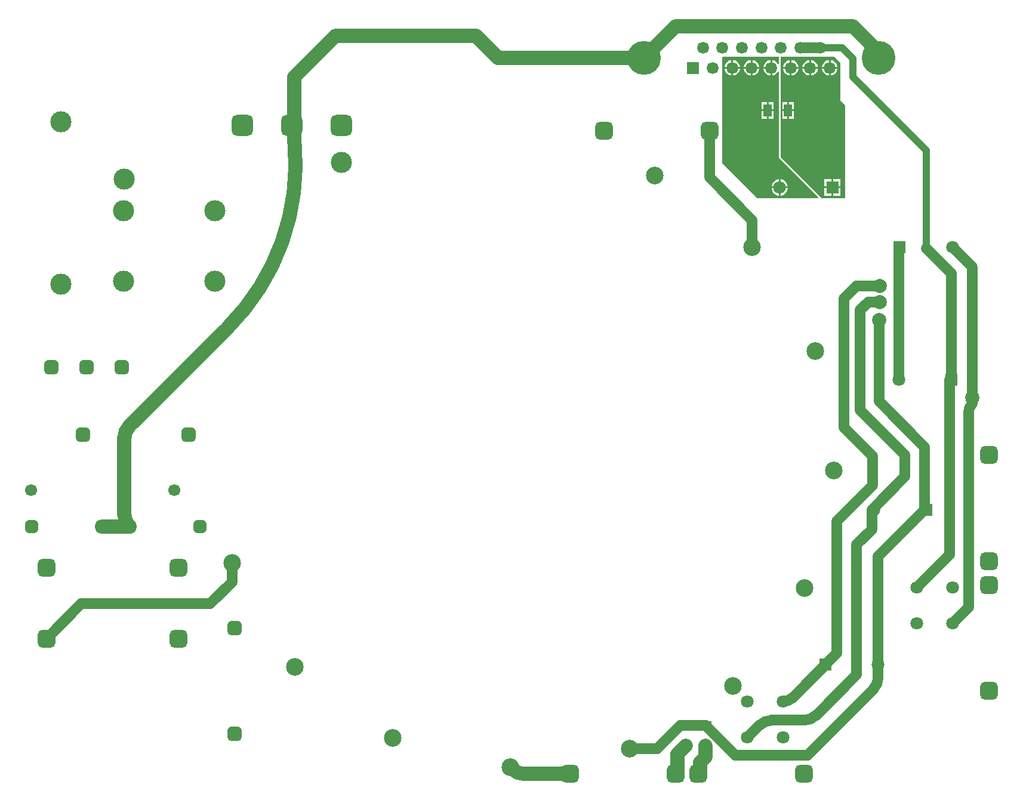
<source format=gtl>
G04*
G04 #@! TF.GenerationSoftware,Altium Limited,Altium Designer,22.4.2 (48)*
G04*
G04 Layer_Physical_Order=1*
G04 Layer_Color=255*
%FSLAX25Y25*%
%MOIN*%
G70*
G04*
G04 #@! TF.SameCoordinates,21B0F98D-05E7-48EE-A56C-F6CDE9C69060*
G04*
G04*
G04 #@! TF.FilePolarity,Positive*
G04*
G01*
G75*
%ADD15R,0.07087X0.04528*%
%ADD16R,0.04528X0.07087*%
%ADD33C,0.07874*%
%ADD34C,0.05906*%
%ADD35C,0.03937*%
%ADD36C,0.11811*%
G04:AMPARAMS|DCode=37|XSize=78.74mil|YSize=78.74mil|CornerRadius=19.68mil|HoleSize=0mil|Usage=FLASHONLY|Rotation=180.000|XOffset=0mil|YOffset=0mil|HoleType=Round|Shape=RoundedRectangle|*
%AMROUNDEDRECTD37*
21,1,0.07874,0.03937,0,0,180.0*
21,1,0.03937,0.07874,0,0,180.0*
1,1,0.03937,-0.01968,0.01968*
1,1,0.03937,0.01968,0.01968*
1,1,0.03937,0.01968,-0.01968*
1,1,0.03937,-0.01968,-0.01968*
%
%ADD37ROUNDEDRECTD37*%
%ADD38C,0.18898*%
%ADD39C,0.06653*%
%ADD40R,0.06653X0.06653*%
G04:AMPARAMS|DCode=41|XSize=118.11mil|YSize=118.11mil|CornerRadius=29.53mil|HoleSize=0mil|Usage=FLASHONLY|Rotation=0.000|XOffset=0mil|YOffset=0mil|HoleType=Round|Shape=RoundedRectangle|*
%AMROUNDEDRECTD41*
21,1,0.11811,0.05906,0,0,0.0*
21,1,0.05906,0.11811,0,0,0.0*
1,1,0.05906,0.02953,-0.02953*
1,1,0.05906,-0.02953,-0.02953*
1,1,0.05906,-0.02953,0.02953*
1,1,0.05906,0.02953,0.02953*
%
%ADD41ROUNDEDRECTD41*%
%ADD42C,0.07087*%
%ADD43R,0.07087X0.07087*%
G04:AMPARAMS|DCode=44|XSize=98.43mil|YSize=98.43mil|CornerRadius=24.61mil|HoleSize=0mil|Usage=FLASHONLY|Rotation=180.000|XOffset=0mil|YOffset=0mil|HoleType=Round|Shape=RoundedRectangle|*
%AMROUNDEDRECTD44*
21,1,0.09843,0.04921,0,0,180.0*
21,1,0.04921,0.09843,0,0,180.0*
1,1,0.04921,-0.02461,0.02461*
1,1,0.04921,0.02461,0.02461*
1,1,0.04921,0.02461,-0.02461*
1,1,0.04921,-0.02461,-0.02461*
%
%ADD44ROUNDEDRECTD44*%
%ADD45C,0.09843*%
G04:AMPARAMS|DCode=46|XSize=98.43mil|YSize=98.43mil|CornerRadius=24.61mil|HoleSize=0mil|Usage=FLASHONLY|Rotation=90.000|XOffset=0mil|YOffset=0mil|HoleType=Round|Shape=RoundedRectangle|*
%AMROUNDEDRECTD46*
21,1,0.09843,0.04921,0,0,90.0*
21,1,0.04921,0.09843,0,0,90.0*
1,1,0.04921,0.02461,0.02461*
1,1,0.04921,0.02461,-0.02461*
1,1,0.04921,-0.02461,-0.02461*
1,1,0.04921,-0.02461,0.02461*
%
%ADD46ROUNDEDRECTD46*%
G04:AMPARAMS|DCode=47|XSize=78.74mil|YSize=78.74mil|CornerRadius=19.68mil|HoleSize=0mil|Usage=FLASHONLY|Rotation=90.000|XOffset=0mil|YOffset=0mil|HoleType=Round|Shape=RoundedRectangle|*
%AMROUNDEDRECTD47*
21,1,0.07874,0.03937,0,0,90.0*
21,1,0.03937,0.07874,0,0,90.0*
1,1,0.03937,0.01968,0.01968*
1,1,0.03937,0.01968,-0.01968*
1,1,0.03937,-0.01968,-0.01968*
1,1,0.03937,-0.01968,0.01968*
%
%ADD47ROUNDEDRECTD47*%
%ADD48C,0.06693*%
G04:AMPARAMS|DCode=49|XSize=70.87mil|YSize=70.87mil|CornerRadius=17.72mil|HoleSize=0mil|Usage=FLASHONLY|Rotation=180.000|XOffset=0mil|YOffset=0mil|HoleType=Round|Shape=RoundedRectangle|*
%AMROUNDEDRECTD49*
21,1,0.07087,0.03543,0,0,180.0*
21,1,0.03543,0.07087,0,0,180.0*
1,1,0.03543,-0.01772,0.01772*
1,1,0.03543,0.01772,0.01772*
1,1,0.03543,0.01772,-0.01772*
1,1,0.03543,-0.01772,-0.01772*
%
%ADD49ROUNDEDRECTD49*%
%ADD50C,0.07874*%
G36*
X148980Y190621D02*
X148480Y190487D01*
X148199Y190976D01*
X147393Y191781D01*
X146406Y192351D01*
X145306Y192646D01*
X145236D01*
Y188319D01*
Y183992D01*
X145306D01*
X146406Y184287D01*
X147393Y184857D01*
X148199Y185662D01*
X148480Y186150D01*
X148980Y186016D01*
Y138500D01*
X149058Y138110D01*
X149279Y137779D01*
X171096Y115962D01*
X170905Y115500D01*
X137000D01*
X117500Y135000D01*
Y194000D01*
X118000Y194500D01*
X148980D01*
Y190621D01*
D02*
G37*
G36*
X183500Y191000D02*
Y170000D01*
X186000Y167500D01*
Y115500D01*
X173000D01*
X150000Y138500D01*
Y194500D01*
X180000D01*
X183500Y191000D01*
D02*
G37*
%LPC*%
G36*
X123495Y192646D02*
X123425D01*
Y188819D01*
X127252D01*
Y188889D01*
X126957Y189989D01*
X126388Y190976D01*
X125582Y191781D01*
X124595Y192351D01*
X123495Y192646D01*
D02*
G37*
G36*
X122425D02*
X122356D01*
X121255Y192351D01*
X120268Y191781D01*
X119463Y190976D01*
X118893Y189989D01*
X118598Y188889D01*
Y188819D01*
X122425D01*
Y192646D01*
D02*
G37*
G36*
X134400D02*
X134331D01*
Y188819D01*
X138157D01*
Y188889D01*
X137863Y189989D01*
X137293Y190976D01*
X136487Y191781D01*
X135501Y192351D01*
X134400Y192646D01*
D02*
G37*
G36*
X144236D02*
X144167D01*
X143066Y192351D01*
X142080Y191781D01*
X141274Y190976D01*
X140704Y189989D01*
X140410Y188889D01*
Y188819D01*
X144236D01*
Y192646D01*
D02*
G37*
G36*
X133331D02*
X133261D01*
X132161Y192351D01*
X131174Y191781D01*
X130368Y190976D01*
X129799Y189989D01*
X129504Y188889D01*
Y188819D01*
X133331D01*
Y192646D01*
D02*
G37*
G36*
X144236Y187819D02*
X140410D01*
Y187749D01*
X140704Y186649D01*
X141274Y185662D01*
X142080Y184857D01*
X143066Y184287D01*
X144167Y183992D01*
X144236D01*
Y187819D01*
D02*
G37*
G36*
X138157D02*
X134331D01*
Y183992D01*
X134400D01*
X135501Y184287D01*
X136487Y184857D01*
X137293Y185662D01*
X137863Y186649D01*
X138157Y187749D01*
Y187819D01*
D02*
G37*
G36*
X133331D02*
X129504D01*
Y187749D01*
X129799Y186649D01*
X130368Y185662D01*
X131174Y184857D01*
X132161Y184287D01*
X133261Y183992D01*
X133331D01*
Y187819D01*
D02*
G37*
G36*
X127252Y187819D02*
X123425D01*
Y183992D01*
X123495D01*
X124595Y184287D01*
X125582Y184857D01*
X126388Y185662D01*
X126957Y186649D01*
X127252Y187749D01*
Y187819D01*
D02*
G37*
G36*
X122425D02*
X118598D01*
Y187749D01*
X118893Y186649D01*
X119463Y185662D01*
X120268Y184857D01*
X121255Y184287D01*
X122356Y183992D01*
X122425D01*
Y187819D01*
D02*
G37*
G36*
X146055Y169043D02*
X143291D01*
Y165000D01*
X146055D01*
Y169043D01*
D02*
G37*
G36*
X142291D02*
X139528D01*
Y165000D01*
X142291D01*
Y169043D01*
D02*
G37*
G36*
X146055Y164000D02*
X143291D01*
Y159957D01*
X146055D01*
Y164000D01*
D02*
G37*
G36*
X142291D02*
X139528D01*
Y159957D01*
X142291D01*
Y164000D01*
D02*
G37*
G36*
X150071Y126043D02*
X149972D01*
Y122000D01*
X154016D01*
Y122098D01*
X153706Y123254D01*
X153108Y124290D01*
X152262Y125136D01*
X151226Y125734D01*
X150071Y126043D01*
D02*
G37*
G36*
X148972D02*
X148874D01*
X147719Y125734D01*
X146683Y125136D01*
X145837Y124290D01*
X145239Y123254D01*
X144929Y122098D01*
Y122000D01*
X148972D01*
Y126043D01*
D02*
G37*
G36*
X154016Y121000D02*
X149972D01*
Y116957D01*
X150071D01*
X151226Y117266D01*
X152262Y117865D01*
X153108Y118710D01*
X153706Y119746D01*
X154016Y120902D01*
Y121000D01*
D02*
G37*
G36*
X148972D02*
X144929D01*
Y120902D01*
X145239Y119746D01*
X145837Y118710D01*
X146683Y117865D01*
X147719Y117266D01*
X148874Y116957D01*
X148972D01*
Y121000D01*
D02*
G37*
G36*
X167117Y192646D02*
X167047D01*
Y188819D01*
X170874D01*
Y188889D01*
X170579Y189989D01*
X170010Y190976D01*
X169204Y191781D01*
X168217Y192351D01*
X167117Y192646D01*
D02*
G37*
G36*
X166047D02*
X165978D01*
X164877Y192351D01*
X163891Y191781D01*
X163085Y190976D01*
X162515Y189989D01*
X162221Y188889D01*
Y188819D01*
X166047D01*
Y192646D01*
D02*
G37*
G36*
X156211D02*
X156142D01*
Y188819D01*
X159969D01*
Y188889D01*
X159674Y189989D01*
X159104Y190976D01*
X158299Y191781D01*
X157312Y192351D01*
X156211Y192646D01*
D02*
G37*
G36*
X155142D02*
X155072D01*
X153972Y192351D01*
X152985Y191781D01*
X152180Y190976D01*
X151610Y189989D01*
X151315Y188889D01*
Y188819D01*
X155142D01*
Y192646D01*
D02*
G37*
G36*
X178022Y192646D02*
X177953D01*
Y188819D01*
X181780D01*
Y188889D01*
X181485Y189989D01*
X180915Y190976D01*
X180110Y191781D01*
X179123Y192351D01*
X178022Y192646D01*
D02*
G37*
G36*
X176953D02*
X176883D01*
X175783Y192351D01*
X174796Y191781D01*
X173990Y190976D01*
X173421Y189989D01*
X173126Y188889D01*
Y188819D01*
X176953D01*
Y192646D01*
D02*
G37*
G36*
X170874Y187819D02*
X167047D01*
Y183992D01*
X167117D01*
X168217Y184287D01*
X169204Y184857D01*
X170010Y185662D01*
X170579Y186649D01*
X170874Y187749D01*
Y187819D01*
D02*
G37*
G36*
X166047D02*
X162221D01*
Y187749D01*
X162515Y186649D01*
X163085Y185662D01*
X163891Y184857D01*
X164877Y184287D01*
X165978Y183992D01*
X166047D01*
Y187819D01*
D02*
G37*
G36*
X159969Y187819D02*
X156142D01*
Y183992D01*
X156211D01*
X157312Y184287D01*
X158299Y184857D01*
X159104Y185662D01*
X159674Y186649D01*
X159969Y187749D01*
Y187819D01*
D02*
G37*
G36*
X155142D02*
X151315D01*
Y187749D01*
X151610Y186649D01*
X152180Y185662D01*
X152985Y184857D01*
X153972Y184287D01*
X155072Y183992D01*
X155142D01*
Y187819D01*
D02*
G37*
G36*
X181780Y187819D02*
X177953D01*
Y183992D01*
X178022D01*
X179123Y184287D01*
X180110Y184857D01*
X180915Y185662D01*
X181485Y186649D01*
X181780Y187749D01*
Y187819D01*
D02*
G37*
G36*
X176953D02*
X173126D01*
Y187749D01*
X173421Y186649D01*
X173990Y185662D01*
X174796Y184857D01*
X175783Y184287D01*
X176883Y183992D01*
X176953D01*
Y187819D01*
D02*
G37*
G36*
X157472Y169043D02*
X154709D01*
Y165000D01*
X157472D01*
Y169043D01*
D02*
G37*
G36*
X153709D02*
X150945D01*
Y165000D01*
X153709D01*
Y169043D01*
D02*
G37*
G36*
X157472Y164000D02*
X154709D01*
Y159957D01*
X157472D01*
Y164000D01*
D02*
G37*
G36*
X153709D02*
X150945D01*
Y159957D01*
X153709D01*
Y164000D01*
D02*
G37*
G36*
X183543Y126043D02*
X179500D01*
Y122000D01*
X183543D01*
Y126043D01*
D02*
G37*
G36*
X178500D02*
X174457D01*
Y122000D01*
X178500D01*
Y126043D01*
D02*
G37*
G36*
X183543Y121000D02*
X179500D01*
Y116957D01*
X183543D01*
Y121000D01*
D02*
G37*
G36*
X178500D02*
X174457D01*
Y116957D01*
X178500D01*
Y121000D01*
D02*
G37*
%LPD*%
D15*
X97000Y-178791D02*
D03*
Y-190209D02*
D03*
X108000Y-178791D02*
D03*
Y-190209D02*
D03*
D16*
X142791Y164500D02*
D03*
X154209D02*
D03*
D33*
X-216500Y-60858D02*
G03*
X-213571Y-67929I10000J0D01*
G01*
Y-11571D02*
G03*
X-216500Y-18642I7071J-7071D01*
G01*
X-158708Y43292D02*
G03*
X-121500Y147256I-91289J91312D01*
G01*
X-48Y-203071D02*
G03*
X7023Y-206000I7071J7071D01*
G01*
X-216500Y-60858D02*
Y-18642D01*
X-213571Y-67929D02*
X-213500Y-68000D01*
X-229000D02*
X-213500D01*
X-213571Y-11571D02*
X-158708Y43292D01*
X-121500Y147256D02*
Y183000D01*
X104984Y-205016D02*
Y-199516D01*
X108000Y-196500D01*
Y-190209D01*
X104000Y-206000D02*
X104984Y-205016D01*
X92484D02*
Y-194724D01*
X91500Y-206000D02*
X92484Y-205016D01*
Y-194724D02*
X97000Y-190209D01*
X204874Y193910D02*
Y196892D01*
X199362Y202404D02*
X204874Y196892D01*
X190500Y211500D02*
X199362Y202638D01*
X91284Y211500D02*
X190500D01*
X199362Y202404D02*
Y202638D01*
X73693Y193910D02*
X91284Y211500D01*
X-7850Y193910D02*
X73693D01*
X-19940Y206000D02*
X-7850Y193910D01*
X-98500Y206000D02*
X-19940D01*
X-121500Y183000D02*
X-98500Y206000D01*
X7023Y-206000D02*
X32445D01*
X-1056Y-202063D02*
X-48Y-203071D01*
D34*
X257000Y707D02*
G03*
X255000Y-4121I4828J-4828D01*
G01*
X201599Y-158901D02*
G03*
X204528Y-151830I-7071J7071D01*
G01*
X162858Y-176000D02*
G03*
X169929Y-173071I0J10000D01*
G01*
X145142Y-176000D02*
G03*
X138071Y-178929I0J-10000D01*
G01*
X151500Y-165500D02*
G03*
X156621Y-163379I0J7243D01*
G01*
X124709Y-195500D02*
X165000D01*
X108000Y-178791D02*
X124709Y-195500D01*
X165000D02*
X201599Y-158901D01*
X102000Y-178791D02*
X108000D01*
X81219Y-191781D02*
X94209Y-178791D01*
X65748Y-191781D02*
X81219D01*
X94209Y-178791D02*
X102000D01*
X-156281Y-98781D02*
Y-88248D01*
X-168500Y-111000D02*
X-156281Y-98781D01*
X-240630Y-111000D02*
X-168500D01*
X-260000Y-130370D02*
X-240630Y-111000D01*
X185500Y59500D02*
X192500Y66500D01*
X205500D01*
X194500Y-3000D02*
Y53000D01*
X199000Y57500D01*
X205500D01*
X110500Y127000D02*
Y153000D01*
X134217Y88031D02*
Y103283D01*
X110500Y127000D02*
X134217Y103283D01*
X185500Y-12500D02*
Y59500D01*
Y-12500D02*
X201500Y-28500D01*
X215972Y14000D02*
Y87500D01*
X216472Y88000D01*
X231500Y87500D02*
X245500Y73500D01*
Y14000D02*
Y73500D01*
X257000Y707D02*
Y4000D01*
Y77000D01*
X246000Y88000D02*
X257000Y77000D01*
X161094Y199500D02*
X172000D01*
X257000Y707D02*
Y707D01*
X255000Y-4121D02*
Y-4121D01*
Y-4121D02*
X255000Y-113000D01*
X205000Y2000D02*
Y47500D01*
X201500Y-45000D02*
Y-28500D01*
X181500Y-65000D02*
X201500Y-45000D01*
X219500Y-40000D02*
Y-28000D01*
X201000Y-58500D02*
X219500Y-40000D01*
X194500Y-3000D02*
X219500Y-28000D01*
X205000Y2000D02*
X230528Y-23528D01*
Y-58500D02*
Y-23528D01*
X244500Y-83500D02*
Y14000D01*
X246000Y-122000D02*
X255000Y-113000D01*
X192500Y-150500D02*
Y-78000D01*
X201000Y-69500D02*
Y-58500D01*
X192500Y-78000D02*
X201000Y-69500D01*
X169929Y-173071D02*
X192500Y-150500D01*
X156621Y-163379D02*
X181500Y-138500D01*
Y-65000D01*
X204528Y-151830D02*
Y-145000D01*
Y-84500D01*
X230528Y-58500D01*
X226000Y-102000D02*
X244500Y-83500D01*
X145142Y-176000D02*
X162858D01*
X131500Y-185500D02*
X138071Y-178929D01*
D35*
X172000Y199500D02*
X184500D01*
X190500Y193500D01*
Y183000D02*
Y193500D01*
X231500Y87500D02*
Y142000D01*
X190500Y183000D02*
X231500Y142000D01*
D36*
X-252000Y158051D02*
D03*
Y67500D02*
D03*
X-165819Y108500D02*
D03*
Y69130D02*
D03*
X-217000Y108500D02*
D03*
Y69130D02*
D03*
X-95441Y135559D02*
D03*
X-216500Y126000D02*
D03*
D37*
X-180500Y-16500D02*
D03*
X-239555D02*
D03*
X-217815Y21000D02*
D03*
X-237500D02*
D03*
X-257185D02*
D03*
D38*
X204874Y193910D02*
D03*
X73693D02*
D03*
D39*
X177453Y188319D02*
D03*
X172000Y199500D02*
D03*
X166547Y188319D02*
D03*
X161094Y199500D02*
D03*
X155642Y188319D02*
D03*
X150189Y199500D02*
D03*
X144736Y188319D02*
D03*
X139284Y199500D02*
D03*
X133831Y188319D02*
D03*
X128378Y199500D02*
D03*
X122925Y188319D02*
D03*
X117473Y199500D02*
D03*
X112020Y188319D02*
D03*
X106567Y199500D02*
D03*
D40*
X101114Y188319D02*
D03*
D41*
X-123000Y156000D02*
D03*
X-95441D02*
D03*
X-150559D02*
D03*
D42*
X149472Y121500D02*
D03*
X226000Y-102000D02*
D03*
X246000D02*
D03*
Y-122000D02*
D03*
X226000D02*
D03*
X215972Y14000D02*
D03*
X202000Y-58500D02*
D03*
X246000Y88000D02*
D03*
X204528Y-145000D02*
D03*
X151500Y-165500D02*
D03*
Y-185500D02*
D03*
X131500D02*
D03*
Y-165500D02*
D03*
D43*
X179000Y121500D02*
D03*
X245500Y14000D02*
D03*
X231528Y-58500D02*
D03*
X216472Y88000D02*
D03*
X175000Y-145000D02*
D03*
D44*
X-260000Y-130370D02*
D03*
Y-91000D02*
D03*
X-186181D02*
D03*
Y-130370D02*
D03*
X110500Y153000D02*
D03*
X51445Y153000D02*
D03*
X163055Y-206000D02*
D03*
X104000D02*
D03*
X91500D02*
D03*
X32445D02*
D03*
D45*
X-156281Y-88248D02*
D03*
X-121217Y-146031D02*
D03*
X-66710Y-185998D02*
D03*
X-1056Y-202063D02*
D03*
X65748Y-191781D02*
D03*
X123531Y-156717D02*
D03*
X163498Y-102209D02*
D03*
X179563Y-36556D02*
D03*
X169281Y30248D02*
D03*
X134217Y88031D02*
D03*
X79710Y127998D02*
D03*
D46*
X266500Y-28000D02*
D03*
Y-87055D02*
D03*
Y-100445D02*
D03*
Y-159500D02*
D03*
D47*
X-155000Y-124500D02*
D03*
Y-183555D02*
D03*
D48*
X-188500Y-47500D02*
D03*
X-268500D02*
D03*
D49*
X-268370Y-68000D02*
D03*
X-229000D02*
D03*
X-174130D02*
D03*
X-213500D02*
D03*
D50*
X205500Y66500D02*
D03*
Y57500D02*
D03*
X205000Y47500D02*
D03*
X257000Y4000D02*
D03*
M02*

</source>
